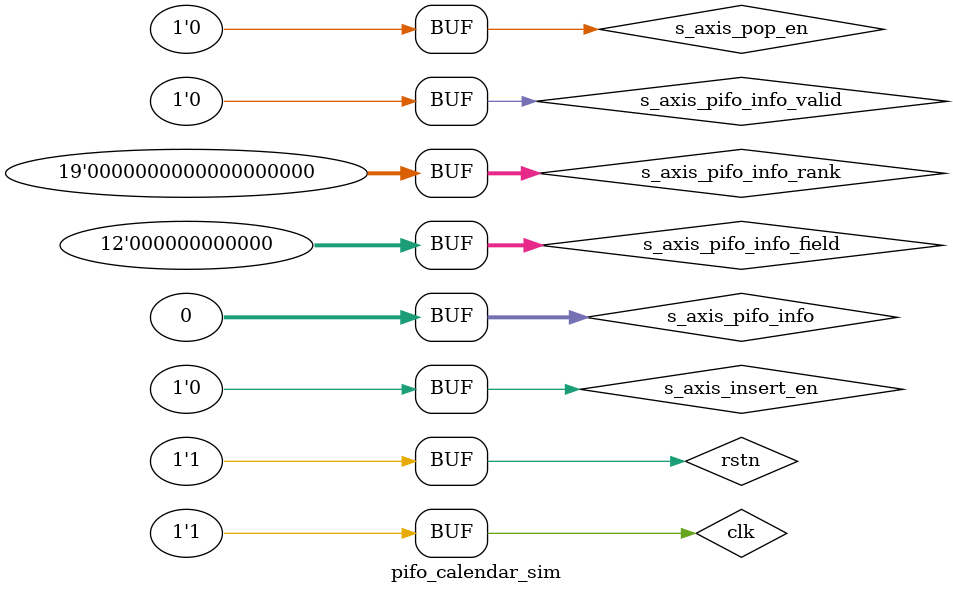
<source format=v>
`timescale 1ps / 1ps


module pifo_calendar_sim;

localparam PIFO_INFO_WIDTH = 32;

reg clk;
reg rstn; // active low

wire [PIFO_INFO_WIDTH-1:0] s_axis_pifo_info;
reg                       s_axis_insert_en;
reg                       s_axis_pop_en;
reg [0:0]  s_axis_pifo_info_valid;
reg [18:0] s_axis_pifo_info_rank;
reg [11:0] s_axis_pifo_info_field;



wire [PIFO_INFO_WIDTH-1:0] m_axis_pifo_info;

wire [10:0] m_axis_pifo_info_field;
wire        m_axis_buffer_addr_valid;
wire m_axis_bypass_en;
wire m_axis_calendar_full;

assign s_axis_pifo_info = {s_axis_pifo_info_valid, s_axis_pifo_info_rank, s_axis_pifo_info_field};

//output_queue_v0_1
//output_queue_inst(
//);

pifo_calendar_v0_1
#(
.PIFO_CALENDAR_SIZE(10)
)
pifo_root_init
(
    .s_axis_pifo_info_root(s_axis_pifo_info),
    .s_axis_insert_en(s_axis_insert_en),
    .s_axis_pop_en(s_axis_pop_en),
    .m_axis_buffer_addr(m_axis_pifo_info_field),
    .m_axis_buffer_addr_valid(m_axis_buffer_addr_valid),
    .m_axis_bypass_en(m_axis_bypass_en),
    .m_axis_calendar_full(m_axis_calendar_full),
    .clk(clk),
    .rstn(rstn) // active at low
);

always begin 
  #(5000 / 2) clk =  0; 
  #(5000 / 2) clk =  1; 
end

initial begin
    clk = 0;
    rstn = 0;
    s_axis_pifo_info_valid = 0;
    s_axis_pifo_info_rank = 0;
    s_axis_pifo_info_field = 0;
    s_axis_insert_en = 0;
    s_axis_pop_en = 0;
            
    # 100000
    rstn = 1;
    # 1

    
    //  ========
    // insert to head.
    // pkt1. rank = 10, field = 1111, islast = 1
    // after 2 clock.
    # 10000   
    s_axis_pifo_info_valid = 1;
    s_axis_pifo_info_rank = 10;
    s_axis_pifo_info_field = 1;
    s_axis_insert_en = 1;
    
    # 5000 // reset 
    s_axis_pifo_info_valid = 0;
    s_axis_pifo_info_rank = 0;
    s_axis_pifo_info_field = 0;
    s_axis_insert_en = 0;


    //  ========
    // insert to tail with same rank .
    // pkt1_1. rank = 10, field = 1111, islast = 1
    // after 2 clock.
    # 10000   
    s_axis_pifo_info_valid = 1;
    s_axis_pifo_info_rank = 10;
    s_axis_pifo_info_field = 11;
    s_axis_insert_en = 1;
    
    # 5000 // reset 
    s_axis_pifo_info_valid = 0;
    s_axis_pifo_info_rank = 0;
    s_axis_pifo_info_field = 0;
    s_axis_insert_en = 0;
 
    //  ========
    // insert to tail with same rank .
    // pkt12. rank = 10, field = 1111, islast = 1
    // after 2 clock.
    # 10000   
    s_axis_pifo_info_valid = 1;
    s_axis_pifo_info_rank = 10;
    s_axis_pifo_info_field = 12;
    s_axis_insert_en = 1;
    
    # 5000 // reset 
    s_axis_pifo_info_valid = 0;
    s_axis_pifo_info_rank = 0;
    s_axis_pifo_info_field = 0;
    s_axis_insert_en = 0;   
    
    
    //  ========
    // insert to tail with same rank .
    // pkt13. rank = 10, field = 1111, islast = 1
    // after 2 clock.
    # 10000   
    s_axis_pifo_info_valid = 1;
    s_axis_pifo_info_rank = 10;
    s_axis_pifo_info_field = 13;
    s_axis_insert_en = 1;
    
    # 5000 // reset 
    s_axis_pifo_info_valid = 0;
    s_axis_pifo_info_rank = 0;
    s_axis_pifo_info_field = 0;
    s_axis_insert_en = 0;   
    
    
    
    //  ========
    // insert to tail with same rank .
    // pkt14. rank = 10, field = 1111, islast = 1
    // after 2 clock.
    # 10000   
    s_axis_pifo_info_valid = 1;
    s_axis_pifo_info_rank = 10;
    s_axis_pifo_info_field = 14;
    s_axis_insert_en = 1;
    
    # 5000 // reset 
    s_axis_pifo_info_valid = 0;
    s_axis_pifo_info_rank = 0;
    s_axis_pifo_info_field = 0;
    s_axis_insert_en = 0;   
    
    
    //  ========
    // insert to tail with same rank .
    // pkt15. rank = 10, field = 1111, islast = 1
    // after 2 clock.
    # 10000   
    s_axis_pifo_info_valid = 1;
    s_axis_pifo_info_rank = 10;
    s_axis_pifo_info_field = 15;
    s_axis_insert_en = 1;
    
    # 5000 // reset 
    s_axis_pifo_info_valid = 0;
    s_axis_pifo_info_rank = 0;
    s_axis_pifo_info_field = 0;
    s_axis_insert_en = 0;   
    
    
    //  ========
    // insert to tail with same rank .
    // pkt16. rank = 10, field = 1111, islast = 1
    // after 2 clock.
    # 10000   
    s_axis_pifo_info_valid = 1;
    s_axis_pifo_info_rank = 10;
    s_axis_pifo_info_field = 16;
    s_axis_insert_en = 1;
    
    # 5000 // reset 
    s_axis_pifo_info_valid = 0;
    s_axis_pifo_info_rank = 0;
    s_axis_pifo_info_field = 0;
    s_axis_insert_en = 0;   
    
    //  ========
    // insert to tail with same rank .
    // pkt17. rank = 10, field = 1111, islast = 1
    // after 2 clock.
    # 10000   
    s_axis_pifo_info_valid = 1;
    s_axis_pifo_info_rank = 10;
    s_axis_pifo_info_field = 17;
    s_axis_insert_en = 1;
    
    # 5000 // reset 
    s_axis_pifo_info_valid = 0;
    s_axis_pifo_info_rank = 0;
    s_axis_pifo_info_field = 0;
    s_axis_insert_en = 0;   
    
    
    //  ========
    // insert to tail with same rank .
    // pkt18. rank = 10, field = 1111, islast = 1
    // after 2 clock.
    # 10000   
    s_axis_pifo_info_valid = 1;
    s_axis_pifo_info_rank = 10;
    s_axis_pifo_info_field = 18;
    s_axis_insert_en = 1;
    
    # 5000 // reset 
    s_axis_pifo_info_valid = 0;
    s_axis_pifo_info_rank = 0;
    s_axis_pifo_info_field = 0;
    s_axis_insert_en = 0;   
    
    //  ========
    // insert to tail with same rank .
    // pkt19. rank = 10, field = 1111, islast = 1
    // after 2 clock.
    # 10000   
    s_axis_pifo_info_valid = 1;
    s_axis_pifo_info_rank = 10;
    s_axis_pifo_info_field = 19;
    s_axis_insert_en = 1;
    
    # 5000 // reset 
    s_axis_pifo_info_valid = 0;
    s_axis_pifo_info_rank = 0;
    s_axis_pifo_info_field = 0;
    s_axis_insert_en = 0;   
    
    
    //  ========
    // insert to tail with same rank .
    // pkt20. rank = 10, field = 1111, islast = 1
    // after 2 clock.
    # 10000   
    s_axis_pifo_info_valid = 1;
    s_axis_pifo_info_rank = 10;
    s_axis_pifo_info_field = 20;
    s_axis_insert_en = 1;
    
    # 5000 // reset 
    s_axis_pifo_info_valid = 0;
    s_axis_pifo_info_rank = 0;
    s_axis_pifo_info_field = 0;
    s_axis_insert_en = 0;   
    
    
    # 5000 // pop 9 packets
    s_axis_pop_en = 1;
    # 45000
    s_axis_pop_en = 0;
        

    // ========
    // insertion (head)
    // pkt2. rank = 1, field = 2222, islast = 1
    // after 2 clock
    # 10000
    
    s_axis_pifo_info_valid = 1;
    s_axis_pifo_info_rank = 1;
    s_axis_pifo_info_field = 2;
    s_axis_insert_en = 1;
    
    # 5000 // reset 
    s_axis_pifo_info_valid = 0;
    s_axis_pifo_info_rank = 0;
    s_axis_pifo_info_field = 0;
    s_axis_insert_en = 0;
    
    //after 2 clock
    # 10000
    
    // ========
    // insertion (tail)
    // pkt3. rank = 20, field = 3333, islast = 1
    
    s_axis_pifo_info_valid = 1;
    s_axis_pifo_info_rank = 20;
    s_axis_pifo_info_field = 3;
    s_axis_insert_en = 1;
    
    # 5000 // reset 
    s_axis_pifo_info_valid = 0;
    s_axis_pifo_info_rank = 0;
    s_axis_pifo_info_field = 0;
    s_axis_insert_en = 0;
    
    //after 2 clock
    # 10000
    
    // ========
    // insertion (2clock)
    // pkt4. rank = 15, field = 3333, islast = 1
   
    s_axis_pifo_info_valid = 1;
    s_axis_pifo_info_rank = 15;
    s_axis_pifo_info_field = 4;
    s_axis_insert_en = 1;
    
    # 5000 // reset 
    s_axis_pifo_info_valid = 0;
    s_axis_pifo_info_rank = 0;
    s_axis_pifo_info_field = 0;
    s_axis_insert_en = 0;
            
    // after 2 clock
    # 10000
    // ======================
    // Start to Dequeue
    s_axis_pop_en = 1;

    // after 2 clock
    # 10000
    s_axis_pop_en = 0;
    


    // ========
    // racing condition
    // read and write, which write element has biggest value
    
    # 10000
    s_axis_pifo_info_valid = 1;
    s_axis_pifo_info_rank = 100;
    s_axis_pifo_info_field = 6;
    s_axis_insert_en = 1;
    s_axis_pop_en = 1;
    
    # 5000 // reset 
    s_axis_pifo_info_valid = 0;
    s_axis_pifo_info_rank = 0;
    s_axis_pifo_info_field = 0;
    s_axis_insert_en = 0;
    s_axis_pop_en = 0;
    
    

    // ========
    // racing condition 3/4
    // read and write, which write element has middle value

    # 10000
    s_axis_pifo_info_valid = 1;
    s_axis_pifo_info_rank = 50;
    s_axis_pifo_info_field = 7;
    s_axis_insert_en = 1;
    s_axis_pop_en = 1;
    
    # 5000 // reset 
    s_axis_pifo_info_valid = 0;
    s_axis_pifo_info_rank = 0;
    s_axis_pifo_info_field = 0;
    s_axis_insert_en = 0;
    s_axis_pop_en = 0;



    // ========
    // racing condition 4/4
    // read and write, which read has 1 clock delay than write.
    // and write middle value

    # 10000
    s_axis_pifo_info_valid = 1;
    s_axis_pifo_info_rank = 60;
    s_axis_pifo_info_field = 8;
    s_axis_insert_en = 1;
    
    #5000
    s_axis_insert_en = 0;   
    s_axis_pop_en = 1;
    
    # 5000 // reset 
    s_axis_pifo_info_valid = 0;
    s_axis_pifo_info_rank = 0;
    s_axis_pifo_info_field = 0;
    s_axis_insert_en = 0;
    s_axis_pop_en = 0;
    

end

endmodule

</source>
